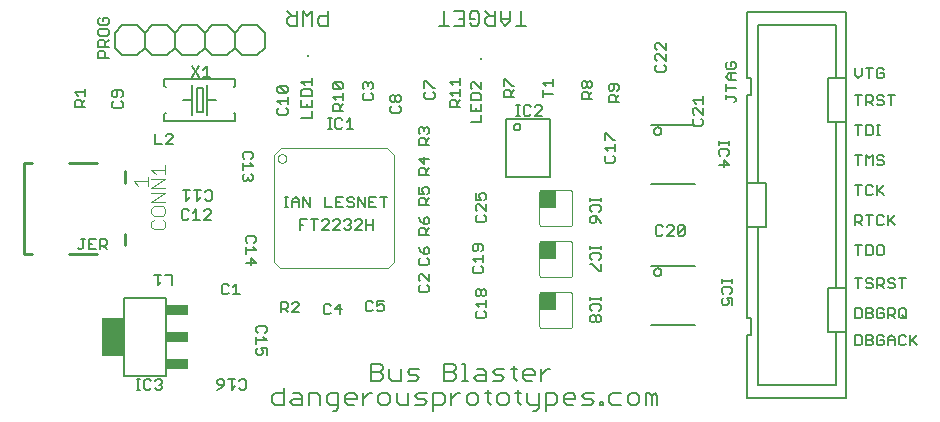
<source format=gto>
G75*
G70*
%OFA0B0*%
%FSLAX24Y24*%
%IPPOS*%
%LPD*%
%AMOC8*
5,1,8,0,0,1.08239X$1,22.5*
%
%ADD10C,0.0080*%
%ADD11C,0.0050*%
%ADD12C,0.0070*%
%ADD13R,0.0730X0.1260*%
%ADD14R,0.0730X0.0340*%
%ADD15C,0.0039*%
%ADD16C,0.0060*%
%ADD17R,0.0079X0.0079*%
%ADD18C,0.0040*%
%ADD19R,0.0531X0.0591*%
%ADD20C,0.0100*%
D10*
X006926Y004162D02*
X006926Y006742D01*
X008326Y006742D01*
X008326Y004162D01*
X006926Y004162D01*
X011866Y003483D02*
X011866Y003289D01*
X011963Y003192D01*
X012253Y003192D01*
X012253Y003773D01*
X012253Y003579D02*
X011963Y003579D01*
X011866Y003483D01*
X012474Y003289D02*
X012571Y003386D01*
X012861Y003386D01*
X012861Y003483D02*
X012861Y003192D01*
X012571Y003192D01*
X012474Y003289D01*
X012571Y003579D02*
X012764Y003579D01*
X012861Y003483D01*
X013082Y003579D02*
X013372Y003579D01*
X013469Y003483D01*
X013469Y003192D01*
X013689Y003289D02*
X013786Y003192D01*
X014076Y003192D01*
X014076Y003096D02*
X014076Y003579D01*
X013786Y003579D01*
X013689Y003483D01*
X013689Y003289D01*
X013980Y002999D02*
X014076Y003096D01*
X013980Y002999D02*
X013883Y002999D01*
X014297Y003289D02*
X014394Y003192D01*
X014587Y003192D01*
X014684Y003386D02*
X014297Y003386D01*
X014297Y003289D02*
X014297Y003483D01*
X014394Y003579D01*
X014587Y003579D01*
X014684Y003483D01*
X014684Y003386D01*
X014905Y003386D02*
X015098Y003579D01*
X015195Y003579D01*
X015411Y003483D02*
X015411Y003289D01*
X015508Y003192D01*
X015702Y003192D01*
X015798Y003289D01*
X015798Y003483D01*
X015702Y003579D01*
X015508Y003579D01*
X015411Y003483D01*
X014905Y003579D02*
X014905Y003192D01*
X016019Y003289D02*
X016116Y003192D01*
X016406Y003192D01*
X016406Y003579D01*
X016627Y003483D02*
X016723Y003579D01*
X017014Y003579D01*
X017234Y003579D02*
X017525Y003579D01*
X017621Y003483D01*
X017621Y003289D01*
X017525Y003192D01*
X017234Y003192D01*
X017234Y002999D02*
X017234Y003579D01*
X017014Y003289D02*
X016917Y003386D01*
X016723Y003386D01*
X016627Y003483D01*
X016019Y003579D02*
X016019Y003289D01*
X016627Y003192D02*
X016917Y003192D01*
X017014Y003289D01*
X017842Y003192D02*
X017842Y003579D01*
X017842Y003386D02*
X018036Y003579D01*
X018132Y003579D01*
X018349Y003483D02*
X018349Y003289D01*
X018445Y003192D01*
X018639Y003192D01*
X018736Y003289D01*
X018736Y003483D01*
X018639Y003579D01*
X018445Y003579D01*
X018349Y003483D01*
X018956Y003579D02*
X019150Y003579D01*
X019053Y003676D02*
X019053Y003289D01*
X019150Y003192D01*
X019361Y003289D02*
X019458Y003192D01*
X019652Y003192D01*
X019748Y003289D01*
X019748Y003483D01*
X019652Y003579D01*
X019458Y003579D01*
X019361Y003483D01*
X019361Y003289D01*
X019969Y003579D02*
X020163Y003579D01*
X020066Y003676D02*
X020066Y003289D01*
X020163Y003192D01*
X020374Y003289D02*
X020471Y003192D01*
X020761Y003192D01*
X020761Y003096D02*
X020664Y002999D01*
X020568Y002999D01*
X020761Y003096D02*
X020761Y003579D01*
X020982Y003579D02*
X021272Y003579D01*
X021369Y003483D01*
X021369Y003289D01*
X021272Y003192D01*
X020982Y003192D01*
X020982Y002999D02*
X020982Y003579D01*
X020838Y003992D02*
X020838Y004379D01*
X020838Y004186D02*
X021032Y004379D01*
X021129Y004379D01*
X020618Y004283D02*
X020618Y004186D01*
X020231Y004186D01*
X020231Y004089D02*
X020231Y004283D01*
X020327Y004379D01*
X020521Y004379D01*
X020618Y004283D01*
X020327Y003992D02*
X020231Y004089D01*
X020327Y003992D02*
X020521Y003992D01*
X020374Y003579D02*
X020374Y003289D01*
X020019Y003992D02*
X019922Y004089D01*
X019922Y004476D01*
X019825Y004379D02*
X020019Y004379D01*
X019605Y004379D02*
X019314Y004379D01*
X019218Y004283D01*
X019314Y004186D01*
X019508Y004186D01*
X019605Y004089D01*
X019508Y003992D01*
X019218Y003992D01*
X018997Y003992D02*
X018707Y003992D01*
X018610Y004089D01*
X018707Y004186D01*
X018997Y004186D01*
X018997Y004283D02*
X018997Y003992D01*
X018398Y003992D02*
X018205Y003992D01*
X018302Y003992D02*
X018302Y004573D01*
X018205Y004573D01*
X017984Y004476D02*
X017984Y004379D01*
X017887Y004283D01*
X017597Y004283D01*
X017597Y004573D02*
X017887Y004573D01*
X017984Y004476D01*
X017887Y004283D02*
X017984Y004186D01*
X017984Y004089D01*
X017887Y003992D01*
X017597Y003992D01*
X017597Y004573D01*
X016769Y004379D02*
X016478Y004379D01*
X016382Y004283D01*
X016478Y004186D01*
X016672Y004186D01*
X016769Y004089D01*
X016672Y003992D01*
X016382Y003992D01*
X016161Y003992D02*
X016161Y004379D01*
X015774Y004379D02*
X015774Y004089D01*
X015871Y003992D01*
X016161Y003992D01*
X015553Y004089D02*
X015457Y003992D01*
X015166Y003992D01*
X015166Y004573D01*
X015457Y004573D01*
X015553Y004476D01*
X015553Y004379D01*
X015457Y004283D01*
X015166Y004283D01*
X015457Y004283D02*
X015553Y004186D01*
X015553Y004089D01*
X013082Y003579D02*
X013082Y003192D01*
X018707Y004379D02*
X018900Y004379D01*
X018997Y004283D01*
X021590Y003483D02*
X021590Y003289D01*
X021686Y003192D01*
X021880Y003192D01*
X021977Y003386D02*
X021590Y003386D01*
X021590Y003483D02*
X021686Y003579D01*
X021880Y003579D01*
X021977Y003483D01*
X021977Y003386D01*
X022197Y003483D02*
X022294Y003579D01*
X022584Y003579D01*
X022294Y003386D02*
X022197Y003483D01*
X022294Y003386D02*
X022488Y003386D01*
X022584Y003289D01*
X022488Y003192D01*
X022197Y003192D01*
X022805Y003192D02*
X022805Y003289D01*
X022902Y003289D01*
X022902Y003192D01*
X022805Y003192D01*
X023109Y003289D02*
X023206Y003192D01*
X023496Y003192D01*
X023717Y003289D02*
X023813Y003192D01*
X024007Y003192D01*
X024104Y003289D01*
X024104Y003483D01*
X024007Y003579D01*
X023813Y003579D01*
X023717Y003483D01*
X023717Y003289D01*
X023496Y003579D02*
X023206Y003579D01*
X023109Y003483D01*
X023109Y003289D01*
X024324Y003192D02*
X024324Y003579D01*
X024421Y003579D01*
X024518Y003483D01*
X024615Y003579D01*
X024711Y003483D01*
X024711Y003192D01*
X024518Y003192D02*
X024518Y003483D01*
X027704Y003415D02*
X027704Y005514D01*
X027822Y005514D01*
X027822Y006097D01*
X027704Y006097D01*
X027704Y009111D01*
X027704Y010594D01*
X027704Y013514D01*
X027822Y013514D01*
X027822Y014097D01*
X027704Y014097D01*
X027704Y016289D01*
X031011Y016289D01*
X031011Y014094D01*
X030401Y014094D01*
X030401Y012611D01*
X031011Y012611D01*
X031011Y007094D01*
X030401Y007094D01*
X030401Y005611D01*
X031011Y005611D01*
X031011Y003415D01*
X027704Y003415D01*
X028068Y003858D02*
X028068Y009111D01*
X028314Y009111D02*
X027704Y009111D01*
X028314Y009111D02*
X028314Y010594D01*
X027704Y010594D01*
X028068Y010594D02*
X028068Y015846D01*
X030647Y015846D01*
X030647Y014096D01*
X031011Y014094D02*
X031011Y012611D01*
X030647Y012610D02*
X030647Y007094D01*
X031011Y007094D02*
X031011Y005611D01*
X030647Y005608D02*
X030647Y003858D01*
X028068Y003858D01*
D11*
X007468Y003697D02*
X007351Y003697D01*
X007410Y003697D02*
X007410Y004048D01*
X007468Y004048D02*
X007351Y004048D01*
X007597Y003989D02*
X007597Y003756D01*
X007655Y003697D01*
X007772Y003697D01*
X007830Y003756D01*
X007965Y003756D02*
X008023Y003697D01*
X008140Y003697D01*
X008199Y003756D01*
X008199Y003814D01*
X008140Y003872D01*
X008082Y003872D01*
X008140Y003872D02*
X008199Y003931D01*
X008199Y003989D01*
X008140Y004048D01*
X008023Y004048D01*
X007965Y003989D01*
X007830Y003989D02*
X007772Y004048D01*
X007655Y004048D01*
X007597Y003989D01*
X010033Y003987D02*
X010033Y003929D01*
X010091Y003871D01*
X010266Y003871D01*
X010266Y003987D01*
X010208Y004046D01*
X010091Y004046D01*
X010033Y003987D01*
X010149Y003754D02*
X010266Y003871D01*
X010149Y003754D02*
X010033Y003696D01*
X010518Y003696D02*
X010518Y004046D01*
X010634Y004046D02*
X010401Y004046D01*
X010634Y003812D02*
X010518Y003696D01*
X010769Y003754D02*
X010828Y003696D01*
X010944Y003696D01*
X011003Y003754D01*
X011003Y003987D01*
X010944Y004046D01*
X010828Y004046D01*
X010769Y003987D01*
X011393Y004857D02*
X011334Y004916D01*
X011334Y005032D01*
X011393Y005091D01*
X011509Y005091D02*
X011568Y004974D01*
X011568Y004916D01*
X011509Y004857D01*
X011393Y004857D01*
X011509Y005091D02*
X011685Y005091D01*
X011685Y004857D01*
X011334Y005225D02*
X011334Y005459D01*
X011334Y005342D02*
X011685Y005342D01*
X011568Y005459D01*
X011626Y005594D02*
X011685Y005652D01*
X011685Y005769D01*
X011626Y005827D01*
X011393Y005827D01*
X011334Y005769D01*
X011334Y005652D01*
X011393Y005594D01*
X012164Y006277D02*
X012164Y006628D01*
X012339Y006628D01*
X012398Y006569D01*
X012398Y006452D01*
X012339Y006394D01*
X012164Y006394D01*
X012281Y006394D02*
X012398Y006277D01*
X012533Y006277D02*
X012766Y006511D01*
X012766Y006569D01*
X012708Y006628D01*
X012591Y006628D01*
X012533Y006569D01*
X012533Y006277D02*
X012766Y006277D01*
X013583Y006267D02*
X013641Y006209D01*
X013758Y006209D01*
X013816Y006267D01*
X013951Y006384D02*
X014185Y006384D01*
X014126Y006559D02*
X013951Y006384D01*
X013816Y006501D02*
X013758Y006559D01*
X013641Y006559D01*
X013583Y006501D01*
X013583Y006267D01*
X014126Y006209D02*
X014126Y006559D01*
X014983Y006601D02*
X014983Y006367D01*
X015041Y006309D01*
X015158Y006309D01*
X015216Y006367D01*
X015351Y006367D02*
X015409Y006309D01*
X015526Y006309D01*
X015585Y006367D01*
X015585Y006484D01*
X015526Y006542D01*
X015468Y006542D01*
X015351Y006484D01*
X015351Y006659D01*
X015585Y006659D01*
X015216Y006601D02*
X015158Y006659D01*
X015041Y006659D01*
X014983Y006601D01*
X016751Y006999D02*
X016809Y006941D01*
X017043Y006941D01*
X017101Y006999D01*
X017101Y007116D01*
X017043Y007174D01*
X017101Y007309D02*
X016868Y007542D01*
X016809Y007542D01*
X016751Y007484D01*
X016751Y007367D01*
X016809Y007309D01*
X016809Y007174D02*
X016751Y007116D01*
X016751Y006999D01*
X017101Y007309D02*
X017101Y007542D01*
X017043Y007841D02*
X016809Y007841D01*
X016751Y007899D01*
X016751Y008016D01*
X016809Y008074D01*
X016926Y008209D02*
X016926Y008384D01*
X016985Y008442D01*
X017043Y008442D01*
X017101Y008384D01*
X017101Y008267D01*
X017043Y008209D01*
X016926Y008209D01*
X016809Y008326D01*
X016751Y008442D01*
X017043Y008074D02*
X017101Y008016D01*
X017101Y007899D01*
X017043Y007841D01*
X018551Y007752D02*
X018551Y007636D01*
X018609Y007577D01*
X018843Y007577D01*
X018901Y007636D01*
X018901Y007752D01*
X018843Y007811D01*
X018901Y007946D02*
X018901Y008179D01*
X018901Y008062D02*
X018551Y008062D01*
X018668Y007946D01*
X018609Y007811D02*
X018551Y007752D01*
X018609Y008314D02*
X018668Y008314D01*
X018726Y008372D01*
X018726Y008547D01*
X018843Y008547D02*
X018609Y008547D01*
X018551Y008489D01*
X018551Y008372D01*
X018609Y008314D01*
X018843Y008314D02*
X018901Y008372D01*
X018901Y008489D01*
X018843Y008547D01*
X018943Y009277D02*
X018709Y009277D01*
X018651Y009336D01*
X018651Y009452D01*
X018709Y009511D01*
X018709Y009646D02*
X018651Y009704D01*
X018651Y009821D01*
X018709Y009879D01*
X018768Y009879D01*
X019001Y009646D01*
X019001Y009879D01*
X018943Y010014D02*
X019001Y010072D01*
X019001Y010189D01*
X018943Y010247D01*
X018826Y010247D01*
X018768Y010189D01*
X018768Y010131D01*
X018826Y010014D01*
X018651Y010014D01*
X018651Y010247D01*
X019678Y010807D02*
X019678Y012737D01*
X021135Y012737D01*
X021135Y010807D01*
X019678Y010807D01*
X017101Y010841D02*
X016751Y010841D01*
X016751Y011016D01*
X016809Y011074D01*
X016926Y011074D01*
X016985Y011016D01*
X016985Y010841D01*
X016985Y010957D02*
X017101Y011074D01*
X016926Y011209D02*
X016751Y011384D01*
X017101Y011384D01*
X016926Y011442D02*
X016926Y011209D01*
X016985Y011841D02*
X016985Y012016D01*
X016926Y012074D01*
X016809Y012074D01*
X016751Y012016D01*
X016751Y011841D01*
X017101Y011841D01*
X016985Y011957D02*
X017101Y012074D01*
X017043Y012209D02*
X017101Y012267D01*
X017101Y012384D01*
X017043Y012442D01*
X016985Y012442D01*
X016926Y012384D01*
X016926Y012326D01*
X016926Y012384D02*
X016868Y012442D01*
X016809Y012442D01*
X016751Y012384D01*
X016751Y012267D01*
X016809Y012209D01*
X016091Y012929D02*
X015857Y012929D01*
X015799Y012987D01*
X015799Y013104D01*
X015857Y013162D01*
X015857Y013297D02*
X015915Y013297D01*
X015974Y013356D01*
X015974Y013472D01*
X016032Y013531D01*
X016091Y013531D01*
X016149Y013472D01*
X016149Y013356D01*
X016091Y013297D01*
X016032Y013297D01*
X015974Y013356D01*
X015974Y013472D02*
X015915Y013531D01*
X015857Y013531D01*
X015799Y013472D01*
X015799Y013356D01*
X015857Y013297D01*
X016091Y013162D02*
X016149Y013104D01*
X016149Y012987D01*
X016091Y012929D01*
X015233Y013404D02*
X015233Y013521D01*
X015174Y013579D01*
X015174Y013714D02*
X015233Y013772D01*
X015233Y013889D01*
X015174Y013948D01*
X015116Y013948D01*
X015058Y013889D01*
X015058Y013831D01*
X015058Y013889D02*
X014999Y013948D01*
X014941Y013948D01*
X014883Y013889D01*
X014883Y013772D01*
X014941Y013714D01*
X014941Y013579D02*
X014883Y013521D01*
X014883Y013404D01*
X014941Y013346D01*
X015174Y013346D01*
X015233Y013404D01*
X014233Y013346D02*
X014233Y013579D01*
X014233Y013462D02*
X013883Y013462D01*
X013999Y013346D01*
X013941Y013211D02*
X014058Y013211D01*
X014116Y013152D01*
X014116Y012977D01*
X014233Y012977D02*
X013883Y012977D01*
X013883Y013152D01*
X013941Y013211D01*
X014116Y013094D02*
X014233Y013211D01*
X014151Y012746D02*
X014035Y012746D01*
X013976Y012687D01*
X013976Y012454D01*
X014035Y012395D01*
X014151Y012395D01*
X014210Y012454D01*
X014345Y012395D02*
X014578Y012395D01*
X014461Y012395D02*
X014461Y012746D01*
X014345Y012629D01*
X014210Y012687D02*
X014151Y012746D01*
X013848Y012746D02*
X013731Y012746D01*
X013789Y012746D02*
X013789Y012395D01*
X013731Y012395D02*
X013848Y012395D01*
X013188Y012746D02*
X012838Y012746D01*
X013188Y012746D02*
X013188Y012979D01*
X013188Y013114D02*
X012838Y013114D01*
X012838Y013348D01*
X012838Y013482D02*
X012838Y013658D01*
X012896Y013716D01*
X013130Y013716D01*
X013188Y013658D01*
X013188Y013482D01*
X012838Y013482D01*
X013188Y013348D02*
X013188Y013114D01*
X013013Y013114D02*
X013013Y013231D01*
X012383Y013222D02*
X012383Y013456D01*
X012383Y013339D02*
X012033Y013339D01*
X012149Y013222D01*
X012091Y013087D02*
X012033Y013029D01*
X012033Y012912D01*
X012091Y012854D01*
X012324Y012854D01*
X012383Y012912D01*
X012383Y013029D01*
X012324Y013087D01*
X012324Y013590D02*
X012091Y013590D01*
X012033Y013649D01*
X012033Y013766D01*
X012091Y013824D01*
X012324Y013590D01*
X012383Y013649D01*
X012383Y013766D01*
X012324Y013824D01*
X012091Y013824D01*
X012838Y013967D02*
X012955Y013851D01*
X012838Y013967D02*
X013188Y013967D01*
X013188Y013851D02*
X013188Y014084D01*
X013883Y013889D02*
X013941Y013947D01*
X014174Y013714D01*
X014233Y013772D01*
X014233Y013889D01*
X014174Y013947D01*
X013941Y013947D01*
X013883Y013889D02*
X013883Y013772D01*
X013941Y013714D01*
X014174Y013714D01*
X016933Y013764D02*
X016933Y013998D01*
X016991Y013998D01*
X017224Y013764D01*
X017283Y013764D01*
X017224Y013629D02*
X017283Y013571D01*
X017283Y013454D01*
X017224Y013396D01*
X016991Y013396D01*
X016933Y013454D01*
X016933Y013571D01*
X016991Y013629D01*
X017783Y013594D02*
X018133Y013594D01*
X018133Y013477D02*
X018133Y013711D01*
X018133Y013845D02*
X018133Y014079D01*
X018133Y013962D02*
X017783Y013962D01*
X017899Y013845D01*
X017783Y013594D02*
X017899Y013477D01*
X017841Y013342D02*
X017958Y013342D01*
X018016Y013284D01*
X018016Y013109D01*
X018016Y013226D02*
X018133Y013342D01*
X018133Y013109D02*
X017783Y013109D01*
X017783Y013284D01*
X017841Y013342D01*
X018483Y013345D02*
X018483Y013521D01*
X018541Y013579D01*
X018774Y013579D01*
X018833Y013521D01*
X018833Y013345D01*
X018483Y013345D01*
X018483Y013211D02*
X018483Y012977D01*
X018833Y012977D01*
X018833Y013211D01*
X018658Y013094D02*
X018658Y012977D01*
X018833Y012842D02*
X018833Y012609D01*
X018483Y012609D01*
X020001Y012827D02*
X020118Y012827D01*
X020060Y012827D02*
X020060Y013178D01*
X020118Y013178D02*
X020001Y013178D01*
X020247Y013119D02*
X020247Y012886D01*
X020305Y012827D01*
X020422Y012827D01*
X020480Y012886D01*
X020615Y012827D02*
X020849Y013061D01*
X020849Y013119D01*
X020790Y013178D01*
X020673Y013178D01*
X020615Y013119D01*
X020480Y013119D02*
X020422Y013178D01*
X020305Y013178D01*
X020247Y013119D01*
X019933Y013446D02*
X019583Y013446D01*
X019583Y013621D01*
X019641Y013679D01*
X019758Y013679D01*
X019816Y013621D01*
X019816Y013446D01*
X019816Y013563D02*
X019933Y013679D01*
X019933Y013814D02*
X019874Y013814D01*
X019641Y014048D01*
X019583Y014048D01*
X019583Y013814D01*
X018833Y013714D02*
X018599Y013947D01*
X018541Y013947D01*
X018483Y013889D01*
X018483Y013772D01*
X018541Y013714D01*
X018833Y013714D02*
X018833Y013947D01*
X020883Y013931D02*
X021233Y013931D01*
X021233Y013814D02*
X021233Y014048D01*
X020999Y013814D02*
X020883Y013931D01*
X020883Y013679D02*
X020883Y013446D01*
X020883Y013563D02*
X021233Y013563D01*
X022183Y013571D02*
X022183Y013396D01*
X022533Y013396D01*
X022416Y013396D02*
X022416Y013571D01*
X022358Y013629D01*
X022241Y013629D01*
X022183Y013571D01*
X022241Y013764D02*
X022299Y013764D01*
X022358Y013822D01*
X022358Y013939D01*
X022416Y013998D01*
X022474Y013998D01*
X022533Y013939D01*
X022533Y013822D01*
X022474Y013764D01*
X022416Y013764D01*
X022358Y013822D01*
X022358Y013939D02*
X022299Y013998D01*
X022241Y013998D01*
X022183Y013939D01*
X022183Y013822D01*
X022241Y013764D01*
X022416Y013513D02*
X022533Y013629D01*
X023083Y013722D02*
X023141Y013664D01*
X023199Y013664D01*
X023258Y013722D01*
X023258Y013898D01*
X023374Y013898D02*
X023141Y013898D01*
X023083Y013839D01*
X023083Y013722D01*
X023141Y013529D02*
X023258Y013529D01*
X023316Y013471D01*
X023316Y013296D01*
X023316Y013413D02*
X023433Y013529D01*
X023374Y013664D02*
X023433Y013722D01*
X023433Y013839D01*
X023374Y013898D01*
X023141Y013529D02*
X023083Y013471D01*
X023083Y013296D01*
X023433Y013296D01*
X024488Y012537D02*
X025964Y012537D01*
X025941Y012504D02*
X026174Y012504D01*
X026233Y012562D01*
X026233Y012679D01*
X026174Y012737D01*
X026233Y012872D02*
X025999Y013106D01*
X025941Y013106D01*
X025883Y013047D01*
X025883Y012931D01*
X025941Y012872D01*
X025941Y012737D02*
X025883Y012679D01*
X025883Y012562D01*
X025941Y012504D01*
X026233Y012872D02*
X026233Y013106D01*
X026233Y013240D02*
X026233Y013474D01*
X026233Y013357D02*
X025883Y013357D01*
X025999Y013240D01*
X026983Y013394D02*
X026983Y013511D01*
X026983Y013452D02*
X027274Y013452D01*
X027333Y013394D01*
X027333Y013336D01*
X027274Y013277D01*
X026983Y013646D02*
X026983Y013879D01*
X026983Y013762D02*
X027333Y013762D01*
X027333Y014014D02*
X027099Y014014D01*
X026983Y014131D01*
X027099Y014247D01*
X027333Y014247D01*
X027274Y014382D02*
X027041Y014382D01*
X026983Y014441D01*
X026983Y014557D01*
X027041Y014616D01*
X027158Y014616D02*
X027158Y014499D01*
X027158Y014616D02*
X027274Y014616D01*
X027333Y014557D01*
X027333Y014441D01*
X027274Y014382D01*
X027158Y014247D02*
X027158Y014014D01*
X024980Y014356D02*
X024980Y014472D01*
X024922Y014531D01*
X024980Y014666D02*
X024747Y014899D01*
X024689Y014899D01*
X024630Y014841D01*
X024630Y014724D01*
X024689Y014666D01*
X024689Y014531D02*
X024630Y014472D01*
X024630Y014356D01*
X024689Y014297D01*
X024922Y014297D01*
X024980Y014356D01*
X024980Y014666D02*
X024980Y014899D01*
X024980Y015034D02*
X024747Y015267D01*
X024689Y015267D01*
X024630Y015209D01*
X024630Y015092D01*
X024689Y015034D01*
X024980Y015034D02*
X024980Y015267D01*
X020849Y012827D02*
X020615Y012827D01*
X019922Y012461D02*
X019924Y012481D01*
X019929Y012501D01*
X019939Y012519D01*
X019951Y012536D01*
X019966Y012550D01*
X019984Y012560D01*
X020003Y012568D01*
X020023Y012572D01*
X020043Y012572D01*
X020063Y012568D01*
X020082Y012560D01*
X020100Y012550D01*
X020115Y012536D01*
X020127Y012519D01*
X020137Y012501D01*
X020142Y012481D01*
X020144Y012461D01*
X020142Y012441D01*
X020137Y012421D01*
X020127Y012403D01*
X020115Y012386D01*
X020100Y012372D01*
X020082Y012362D01*
X020063Y012354D01*
X020043Y012350D01*
X020023Y012350D01*
X020003Y012354D01*
X019984Y012362D01*
X019966Y012372D01*
X019951Y012386D01*
X019939Y012403D01*
X019929Y012421D01*
X019924Y012441D01*
X019922Y012461D01*
X022951Y012242D02*
X022951Y012009D01*
X023009Y012242D02*
X023243Y012009D01*
X023301Y012009D01*
X023301Y011874D02*
X023301Y011641D01*
X023301Y011757D02*
X022951Y011757D01*
X023068Y011641D01*
X023009Y011506D02*
X022951Y011447D01*
X022951Y011331D01*
X023009Y011272D01*
X023243Y011272D01*
X023301Y011331D01*
X023301Y011447D01*
X023243Y011506D01*
X023009Y012242D02*
X022951Y012242D01*
X024586Y012320D02*
X024588Y012342D01*
X024594Y012364D01*
X024603Y012384D01*
X024616Y012402D01*
X024632Y012418D01*
X024650Y012431D01*
X024670Y012440D01*
X024692Y012446D01*
X024714Y012448D01*
X024736Y012446D01*
X024758Y012440D01*
X024778Y012431D01*
X024796Y012418D01*
X024812Y012402D01*
X024825Y012384D01*
X024834Y012364D01*
X024840Y012342D01*
X024842Y012320D01*
X024840Y012298D01*
X024834Y012276D01*
X024825Y012256D01*
X024812Y012238D01*
X024796Y012222D01*
X024778Y012209D01*
X024758Y012200D01*
X024736Y012194D01*
X024714Y012192D01*
X024692Y012194D01*
X024670Y012200D01*
X024650Y012209D01*
X024632Y012222D01*
X024616Y012238D01*
X024603Y012256D01*
X024594Y012276D01*
X024588Y012298D01*
X024586Y012320D01*
X026751Y011977D02*
X026751Y011861D01*
X026751Y011919D02*
X027102Y011919D01*
X027102Y011977D02*
X027102Y011861D01*
X027043Y011732D02*
X026810Y011732D01*
X026751Y011673D01*
X026751Y011557D01*
X026810Y011498D01*
X026926Y011363D02*
X026926Y011130D01*
X026751Y011188D02*
X027102Y011188D01*
X026926Y011363D01*
X027043Y011498D02*
X027102Y011557D01*
X027102Y011673D01*
X027043Y011732D01*
X025964Y010568D02*
X024488Y010568D01*
X022825Y010095D02*
X022825Y009978D01*
X022825Y010037D02*
X022475Y010037D01*
X022475Y010095D02*
X022475Y009978D01*
X022533Y009849D02*
X022475Y009791D01*
X022475Y009674D01*
X022533Y009616D01*
X022533Y009481D02*
X022475Y009423D01*
X022475Y009306D01*
X022533Y009248D01*
X022592Y009248D01*
X022650Y009306D01*
X022650Y009481D01*
X022533Y009481D01*
X022650Y009481D02*
X022767Y009364D01*
X022825Y009248D01*
X022767Y009616D02*
X022825Y009674D01*
X022825Y009791D01*
X022767Y009849D01*
X022533Y009849D01*
X024646Y009119D02*
X024646Y008886D01*
X024705Y008827D01*
X024821Y008827D01*
X024880Y008886D01*
X025015Y008827D02*
X025248Y009061D01*
X025248Y009119D01*
X025190Y009178D01*
X025073Y009178D01*
X025015Y009119D01*
X024880Y009119D02*
X024821Y009178D01*
X024705Y009178D01*
X024646Y009119D01*
X025015Y008827D02*
X025248Y008827D01*
X025383Y008886D02*
X025616Y009119D01*
X025616Y008886D01*
X025558Y008827D01*
X025441Y008827D01*
X025383Y008886D01*
X025383Y009119D01*
X025441Y009178D01*
X025558Y009178D01*
X025616Y009119D01*
X025964Y007837D02*
X024488Y007837D01*
X024586Y007620D02*
X024588Y007642D01*
X024594Y007664D01*
X024603Y007684D01*
X024616Y007702D01*
X024632Y007718D01*
X024650Y007731D01*
X024670Y007740D01*
X024692Y007746D01*
X024714Y007748D01*
X024736Y007746D01*
X024758Y007740D01*
X024778Y007731D01*
X024796Y007718D01*
X024812Y007702D01*
X024825Y007684D01*
X024834Y007664D01*
X024840Y007642D01*
X024842Y007620D01*
X024840Y007598D01*
X024834Y007576D01*
X024825Y007556D01*
X024812Y007538D01*
X024796Y007522D01*
X024778Y007509D01*
X024758Y007500D01*
X024736Y007494D01*
X024714Y007492D01*
X024692Y007494D01*
X024670Y007500D01*
X024650Y007509D01*
X024632Y007522D01*
X024616Y007538D01*
X024603Y007556D01*
X024594Y007576D01*
X024588Y007598D01*
X024586Y007620D01*
X022825Y007648D02*
X022767Y007648D01*
X022533Y007881D01*
X022475Y007881D01*
X022533Y008016D02*
X022475Y008074D01*
X022475Y008191D01*
X022533Y008249D01*
X022767Y008249D01*
X022825Y008191D01*
X022825Y008074D01*
X022767Y008016D01*
X022825Y007881D02*
X022825Y007648D01*
X022825Y008378D02*
X022825Y008495D01*
X022825Y008437D02*
X022475Y008437D01*
X022475Y008495D02*
X022475Y008378D01*
X022475Y006795D02*
X022475Y006678D01*
X022475Y006737D02*
X022825Y006737D01*
X022825Y006795D02*
X022825Y006678D01*
X022767Y006549D02*
X022533Y006549D01*
X022475Y006491D01*
X022475Y006374D01*
X022533Y006316D01*
X022533Y006181D02*
X022592Y006181D01*
X022650Y006123D01*
X022650Y006006D01*
X022592Y005948D01*
X022533Y005948D01*
X022475Y006006D01*
X022475Y006123D01*
X022533Y006181D01*
X022650Y006123D02*
X022708Y006181D01*
X022767Y006181D01*
X022825Y006123D01*
X022825Y006006D01*
X022767Y005948D01*
X022708Y005948D01*
X022650Y006006D01*
X022767Y006316D02*
X022825Y006374D01*
X022825Y006491D01*
X022767Y006549D01*
X024488Y005868D02*
X025964Y005868D01*
X026851Y006588D02*
X026851Y006705D01*
X026910Y006763D01*
X027026Y006763D02*
X027085Y006647D01*
X027085Y006588D01*
X027026Y006530D01*
X026910Y006530D01*
X026851Y006588D01*
X027026Y006763D02*
X027202Y006763D01*
X027202Y006530D01*
X027143Y006898D02*
X027202Y006957D01*
X027202Y007073D01*
X027143Y007132D01*
X026910Y007132D01*
X026851Y007073D01*
X026851Y006957D01*
X026910Y006898D01*
X026851Y007261D02*
X026851Y007377D01*
X026851Y007319D02*
X027202Y007319D01*
X027202Y007377D02*
X027202Y007261D01*
X031283Y007428D02*
X031516Y007428D01*
X031400Y007428D02*
X031400Y007077D01*
X031651Y007136D02*
X031709Y007077D01*
X031826Y007077D01*
X031885Y007136D01*
X031885Y007194D01*
X031826Y007252D01*
X031709Y007252D01*
X031651Y007311D01*
X031651Y007369D01*
X031709Y007428D01*
X031826Y007428D01*
X031885Y007369D01*
X032019Y007428D02*
X032195Y007428D01*
X032253Y007369D01*
X032253Y007252D01*
X032195Y007194D01*
X032019Y007194D01*
X032019Y007077D02*
X032019Y007428D01*
X032136Y007194D02*
X032253Y007077D01*
X032388Y007136D02*
X032446Y007077D01*
X032563Y007077D01*
X032621Y007136D01*
X032621Y007194D01*
X032563Y007252D01*
X032446Y007252D01*
X032388Y007311D01*
X032388Y007369D01*
X032446Y007428D01*
X032563Y007428D01*
X032621Y007369D01*
X032756Y007428D02*
X032990Y007428D01*
X032873Y007428D02*
X032873Y007077D01*
X032931Y006428D02*
X032990Y006369D01*
X032990Y006136D01*
X032931Y006077D01*
X032814Y006077D01*
X032756Y006136D01*
X032756Y006369D01*
X032814Y006428D01*
X032931Y006428D01*
X032873Y006194D02*
X032990Y006077D01*
X032621Y006077D02*
X032504Y006194D01*
X032563Y006194D02*
X032388Y006194D01*
X032388Y006077D02*
X032388Y006428D01*
X032563Y006428D01*
X032621Y006369D01*
X032621Y006252D01*
X032563Y006194D01*
X032253Y006252D02*
X032136Y006252D01*
X032253Y006252D02*
X032253Y006136D01*
X032195Y006077D01*
X032078Y006077D01*
X032019Y006136D01*
X032019Y006369D01*
X032078Y006428D01*
X032195Y006428D01*
X032253Y006369D01*
X031885Y006369D02*
X031885Y006311D01*
X031826Y006252D01*
X031651Y006252D01*
X031651Y006077D02*
X031826Y006077D01*
X031885Y006136D01*
X031885Y006194D01*
X031826Y006252D01*
X031885Y006369D02*
X031826Y006428D01*
X031651Y006428D01*
X031651Y006077D01*
X031516Y006136D02*
X031516Y006369D01*
X031458Y006428D01*
X031283Y006428D01*
X031283Y006077D01*
X031458Y006077D01*
X031516Y006136D01*
X031458Y005528D02*
X031283Y005528D01*
X031283Y005177D01*
X031458Y005177D01*
X031516Y005236D01*
X031516Y005469D01*
X031458Y005528D01*
X031651Y005528D02*
X031826Y005528D01*
X031885Y005469D01*
X031885Y005411D01*
X031826Y005352D01*
X031651Y005352D01*
X031651Y005177D02*
X031826Y005177D01*
X031885Y005236D01*
X031885Y005294D01*
X031826Y005352D01*
X032019Y005236D02*
X032078Y005177D01*
X032195Y005177D01*
X032253Y005236D01*
X032253Y005352D01*
X032136Y005352D01*
X032019Y005236D02*
X032019Y005469D01*
X032078Y005528D01*
X032195Y005528D01*
X032253Y005469D01*
X032388Y005411D02*
X032504Y005528D01*
X032621Y005411D01*
X032621Y005177D01*
X032756Y005236D02*
X032814Y005177D01*
X032931Y005177D01*
X032990Y005236D01*
X033124Y005294D02*
X033358Y005528D01*
X033124Y005528D02*
X033124Y005177D01*
X033183Y005352D02*
X033358Y005177D01*
X032990Y005469D02*
X032931Y005528D01*
X032814Y005528D01*
X032756Y005469D01*
X032756Y005236D01*
X032621Y005352D02*
X032388Y005352D01*
X032388Y005411D02*
X032388Y005177D01*
X031651Y005177D02*
X031651Y005528D01*
X031651Y008177D02*
X031826Y008177D01*
X031885Y008236D01*
X031885Y008469D01*
X031826Y008528D01*
X031651Y008528D01*
X031651Y008177D01*
X031400Y008177D02*
X031400Y008528D01*
X031516Y008528D02*
X031283Y008528D01*
X032019Y008469D02*
X032019Y008236D01*
X032078Y008177D01*
X032195Y008177D01*
X032253Y008236D01*
X032253Y008469D01*
X032195Y008528D01*
X032078Y008528D01*
X032019Y008469D01*
X032078Y009177D02*
X032195Y009177D01*
X032253Y009236D01*
X032388Y009294D02*
X032621Y009528D01*
X032388Y009528D02*
X032388Y009177D01*
X032446Y009352D02*
X032621Y009177D01*
X032253Y009469D02*
X032195Y009528D01*
X032078Y009528D01*
X032019Y009469D01*
X032019Y009236D01*
X032078Y009177D01*
X031768Y009177D02*
X031768Y009528D01*
X031651Y009528D02*
X031885Y009528D01*
X031516Y009469D02*
X031516Y009352D01*
X031458Y009294D01*
X031283Y009294D01*
X031400Y009294D02*
X031516Y009177D01*
X031283Y009177D02*
X031283Y009528D01*
X031458Y009528D01*
X031516Y009469D01*
X031400Y010177D02*
X031400Y010528D01*
X031516Y010528D02*
X031283Y010528D01*
X031651Y010469D02*
X031651Y010236D01*
X031709Y010177D01*
X031826Y010177D01*
X031885Y010236D01*
X032019Y010294D02*
X032253Y010528D01*
X032019Y010528D02*
X032019Y010177D01*
X032078Y010352D02*
X032253Y010177D01*
X031885Y010469D02*
X031826Y010528D01*
X031709Y010528D01*
X031651Y010469D01*
X031651Y011177D02*
X031651Y011528D01*
X031768Y011411D01*
X031885Y011528D01*
X031885Y011177D01*
X032019Y011236D02*
X032078Y011177D01*
X032195Y011177D01*
X032253Y011236D01*
X032253Y011294D01*
X032195Y011352D01*
X032078Y011352D01*
X032019Y011411D01*
X032019Y011469D01*
X032078Y011528D01*
X032195Y011528D01*
X032253Y011469D01*
X031516Y011528D02*
X031283Y011528D01*
X031400Y011528D02*
X031400Y011177D01*
X031400Y012177D02*
X031400Y012528D01*
X031516Y012528D02*
X031283Y012528D01*
X031651Y012528D02*
X031826Y012528D01*
X031885Y012469D01*
X031885Y012236D01*
X031826Y012177D01*
X031651Y012177D01*
X031651Y012528D01*
X032019Y012528D02*
X032136Y012528D01*
X032078Y012528D02*
X032078Y012177D01*
X032136Y012177D02*
X032019Y012177D01*
X032078Y013177D02*
X032019Y013236D01*
X032078Y013177D02*
X032195Y013177D01*
X032253Y013236D01*
X032253Y013294D01*
X032195Y013352D01*
X032078Y013352D01*
X032019Y013411D01*
X032019Y013469D01*
X032078Y013528D01*
X032195Y013528D01*
X032253Y013469D01*
X032388Y013528D02*
X032621Y013528D01*
X032504Y013528D02*
X032504Y013177D01*
X031885Y013177D02*
X031768Y013294D01*
X031826Y013294D02*
X031651Y013294D01*
X031651Y013177D02*
X031651Y013528D01*
X031826Y013528D01*
X031885Y013469D01*
X031885Y013352D01*
X031826Y013294D01*
X031516Y013528D02*
X031283Y013528D01*
X031400Y013528D02*
X031400Y013177D01*
X031400Y014077D02*
X031516Y014194D01*
X031516Y014428D01*
X031651Y014428D02*
X031885Y014428D01*
X031768Y014428D02*
X031768Y014077D01*
X032019Y014136D02*
X032078Y014077D01*
X032195Y014077D01*
X032253Y014136D01*
X032253Y014252D01*
X032136Y014252D01*
X032019Y014136D02*
X032019Y014369D01*
X032078Y014428D01*
X032195Y014428D01*
X032253Y014369D01*
X031400Y014077D02*
X031283Y014194D01*
X031283Y014428D01*
X019001Y009452D02*
X019001Y009336D01*
X018943Y009277D01*
X019001Y009452D02*
X018943Y009511D01*
X017101Y009384D02*
X017101Y009267D01*
X017043Y009209D01*
X016926Y009209D01*
X016926Y009384D01*
X016985Y009442D01*
X017043Y009442D01*
X017101Y009384D01*
X016926Y009209D02*
X016809Y009326D01*
X016751Y009442D01*
X016809Y009074D02*
X016926Y009074D01*
X016985Y009016D01*
X016985Y008841D01*
X017101Y008841D02*
X016751Y008841D01*
X016751Y009016D01*
X016809Y009074D01*
X016985Y008957D02*
X017101Y009074D01*
X017101Y009841D02*
X016751Y009841D01*
X016751Y010016D01*
X016809Y010074D01*
X016926Y010074D01*
X016985Y010016D01*
X016985Y009841D01*
X016985Y009957D02*
X017101Y010074D01*
X017043Y010209D02*
X017101Y010267D01*
X017101Y010384D01*
X017043Y010442D01*
X016926Y010442D01*
X016868Y010384D01*
X016868Y010326D01*
X016926Y010209D01*
X016751Y010209D01*
X016751Y010442D01*
X015708Y010128D02*
X015475Y010128D01*
X015591Y010128D02*
X015591Y009777D01*
X015340Y009777D02*
X015106Y009777D01*
X015106Y010128D01*
X015340Y010128D01*
X015223Y009952D02*
X015106Y009952D01*
X014972Y009777D02*
X014738Y010128D01*
X014738Y009777D01*
X014603Y009836D02*
X014545Y009777D01*
X014428Y009777D01*
X014370Y009836D01*
X014428Y009952D02*
X014545Y009952D01*
X014603Y009894D01*
X014603Y009836D01*
X014428Y009952D02*
X014370Y010011D01*
X014370Y010069D01*
X014428Y010128D01*
X014545Y010128D01*
X014603Y010069D01*
X014235Y010128D02*
X014002Y010128D01*
X014002Y009777D01*
X014235Y009777D01*
X014118Y009952D02*
X014002Y009952D01*
X013867Y009777D02*
X013633Y009777D01*
X013633Y010128D01*
X013130Y010128D02*
X013130Y009777D01*
X012897Y010128D01*
X012897Y009777D01*
X012762Y009777D02*
X012762Y010011D01*
X012645Y010128D01*
X012528Y010011D01*
X012528Y009777D01*
X012400Y009777D02*
X012283Y009777D01*
X012341Y009777D02*
X012341Y010128D01*
X012283Y010128D02*
X012400Y010128D01*
X012528Y009952D02*
X012762Y009952D01*
X012791Y009376D02*
X013025Y009376D01*
X013160Y009376D02*
X013393Y009376D01*
X013276Y009376D02*
X013276Y009026D01*
X013528Y009026D02*
X013762Y009260D01*
X013762Y009318D01*
X013703Y009376D01*
X013586Y009376D01*
X013528Y009318D01*
X013528Y009026D02*
X013762Y009026D01*
X013896Y009026D02*
X014130Y009260D01*
X014130Y009318D01*
X014071Y009376D01*
X013955Y009376D01*
X013896Y009318D01*
X013896Y009026D02*
X014130Y009026D01*
X014265Y009084D02*
X014323Y009026D01*
X014440Y009026D01*
X014498Y009084D01*
X014498Y009143D01*
X014440Y009201D01*
X014381Y009201D01*
X014440Y009201D02*
X014498Y009260D01*
X014498Y009318D01*
X014440Y009376D01*
X014323Y009376D01*
X014265Y009318D01*
X014633Y009318D02*
X014691Y009376D01*
X014808Y009376D01*
X014866Y009318D01*
X014866Y009260D01*
X014633Y009026D01*
X014866Y009026D01*
X015001Y009026D02*
X015001Y009376D01*
X015001Y009201D02*
X015235Y009201D01*
X015235Y009376D02*
X015235Y009026D01*
X014972Y009777D02*
X014972Y010128D01*
X012908Y009201D02*
X012791Y009201D01*
X012791Y009026D02*
X012791Y009376D01*
X011333Y008769D02*
X011275Y008827D01*
X011041Y008827D01*
X010983Y008769D01*
X010983Y008652D01*
X011041Y008594D01*
X010983Y008459D02*
X010983Y008225D01*
X010983Y008342D02*
X011333Y008342D01*
X011216Y008459D01*
X011275Y008594D02*
X011333Y008652D01*
X011333Y008769D01*
X011158Y008091D02*
X011158Y007857D01*
X011333Y007916D02*
X011158Y008091D01*
X010983Y007916D02*
X011333Y007916D01*
X010668Y007228D02*
X010668Y006877D01*
X010551Y006877D02*
X010785Y006877D01*
X010551Y007111D02*
X010668Y007228D01*
X010416Y007169D02*
X010358Y007228D01*
X010241Y007228D01*
X010183Y007169D01*
X010183Y006936D01*
X010241Y006877D01*
X010358Y006877D01*
X010416Y006936D01*
X008533Y007177D02*
X008533Y007527D01*
X008299Y007527D01*
X008164Y007527D02*
X007931Y007527D01*
X008048Y007527D02*
X008048Y007177D01*
X008164Y007294D01*
X006353Y008377D02*
X006236Y008494D01*
X006295Y008494D02*
X006119Y008494D01*
X006119Y008377D02*
X006119Y008728D01*
X006295Y008728D01*
X006353Y008669D01*
X006353Y008552D01*
X006295Y008494D01*
X005985Y008377D02*
X005751Y008377D01*
X005751Y008728D01*
X005985Y008728D01*
X005868Y008552D02*
X005751Y008552D01*
X005616Y008728D02*
X005500Y008728D01*
X005558Y008728D02*
X005558Y008436D01*
X005500Y008377D01*
X005441Y008377D01*
X005383Y008436D01*
X008853Y009419D02*
X008911Y009361D01*
X009028Y009361D01*
X009086Y009419D01*
X009221Y009361D02*
X009455Y009361D01*
X009338Y009361D02*
X009338Y009711D01*
X009221Y009595D01*
X009086Y009653D02*
X009028Y009711D01*
X008911Y009711D01*
X008853Y009653D01*
X008853Y009419D01*
X009589Y009361D02*
X009823Y009595D01*
X009823Y009653D01*
X009765Y009711D01*
X009648Y009711D01*
X009589Y009653D01*
X009589Y009361D02*
X009823Y009361D01*
X009804Y009993D02*
X009688Y009993D01*
X009629Y010052D01*
X009494Y010110D02*
X009378Y009993D01*
X009378Y010343D01*
X009494Y010343D02*
X009261Y010343D01*
X009126Y010343D02*
X008893Y010343D01*
X009009Y010343D02*
X009009Y009993D01*
X009126Y010110D01*
X009629Y010285D02*
X009688Y010343D01*
X009804Y010343D01*
X009863Y010285D01*
X009863Y010052D01*
X009804Y009993D01*
X010883Y010716D02*
X010941Y010657D01*
X011000Y010657D01*
X011058Y010716D01*
X011058Y010774D01*
X011058Y010716D02*
X011116Y010657D01*
X011175Y010657D01*
X011233Y010716D01*
X011233Y010832D01*
X011175Y010891D01*
X010941Y010891D02*
X010883Y010832D01*
X010883Y010716D01*
X010883Y011025D02*
X010883Y011259D01*
X010883Y011142D02*
X011233Y011142D01*
X011116Y011259D01*
X011175Y011394D02*
X011233Y011452D01*
X011233Y011569D01*
X011175Y011627D01*
X010941Y011627D01*
X010883Y011569D01*
X010883Y011452D01*
X010941Y011394D01*
X010639Y012644D02*
X008277Y012644D01*
X008277Y012880D01*
X008316Y012919D01*
X008908Y013352D02*
X009208Y013352D01*
X009208Y013852D01*
X009358Y013752D02*
X009358Y012952D01*
X009558Y012952D01*
X009558Y013752D01*
X009358Y013752D01*
X009708Y013852D02*
X009708Y013352D01*
X010008Y013352D01*
X009708Y013352D02*
X009708Y012852D01*
X009208Y012852D02*
X009208Y013352D01*
X008316Y013785D02*
X008277Y013825D01*
X008277Y014061D01*
X010639Y014061D01*
X010639Y013825D01*
X010600Y013785D01*
X009798Y014127D02*
X009564Y014127D01*
X009681Y014127D02*
X009681Y014478D01*
X009564Y014361D01*
X009430Y014478D02*
X009196Y014127D01*
X009430Y014127D02*
X009196Y014478D01*
X006883Y013621D02*
X006883Y013504D01*
X006824Y013446D01*
X006708Y013504D02*
X006708Y013679D01*
X006824Y013679D02*
X006591Y013679D01*
X006533Y013621D01*
X006533Y013504D01*
X006591Y013446D01*
X006649Y013446D01*
X006708Y013504D01*
X006824Y013679D02*
X006883Y013621D01*
X006824Y013311D02*
X006883Y013252D01*
X006883Y013136D01*
X006824Y013077D01*
X006591Y013077D01*
X006533Y013136D01*
X006533Y013252D01*
X006591Y013311D01*
X005633Y013361D02*
X005516Y013244D01*
X005516Y013302D02*
X005516Y013127D01*
X005633Y013127D02*
X005283Y013127D01*
X005283Y013302D01*
X005341Y013361D01*
X005458Y013361D01*
X005516Y013302D01*
X005399Y013496D02*
X005283Y013612D01*
X005633Y013612D01*
X005633Y013496D02*
X005633Y013729D01*
X006063Y014766D02*
X006063Y014941D01*
X006121Y014999D01*
X006238Y014999D01*
X006296Y014941D01*
X006296Y014766D01*
X006413Y014766D02*
X006063Y014766D01*
X006063Y015134D02*
X006063Y015309D01*
X006121Y015368D01*
X006238Y015368D01*
X006296Y015309D01*
X006296Y015134D01*
X006296Y015251D02*
X006413Y015368D01*
X006354Y015502D02*
X006121Y015502D01*
X006063Y015561D01*
X006063Y015678D01*
X006121Y015736D01*
X006354Y015736D01*
X006413Y015678D01*
X006413Y015561D01*
X006354Y015502D01*
X006354Y015871D02*
X006121Y015871D01*
X006063Y015929D01*
X006063Y016046D01*
X006121Y016104D01*
X006238Y016104D02*
X006238Y015987D01*
X006238Y016104D02*
X006354Y016104D01*
X006413Y016046D01*
X006413Y015929D01*
X006354Y015871D01*
X006413Y015134D02*
X006063Y015134D01*
X010600Y012919D02*
X010639Y012880D01*
X010639Y012644D01*
X008548Y012169D02*
X008490Y012228D01*
X008373Y012228D01*
X008314Y012169D01*
X008548Y012169D02*
X008548Y012111D01*
X008314Y011877D01*
X008548Y011877D01*
X008180Y011877D02*
X007946Y011877D01*
X007946Y012228D01*
X018651Y006989D02*
X018651Y006872D01*
X018709Y006814D01*
X018768Y006814D01*
X018826Y006872D01*
X018826Y006989D01*
X018885Y007047D01*
X018943Y007047D01*
X019001Y006989D01*
X019001Y006872D01*
X018943Y006814D01*
X018885Y006814D01*
X018826Y006872D01*
X018826Y006989D02*
X018768Y007047D01*
X018709Y007047D01*
X018651Y006989D01*
X019001Y006679D02*
X019001Y006446D01*
X019001Y006562D02*
X018651Y006562D01*
X018768Y006446D01*
X018709Y006311D02*
X018651Y006252D01*
X018651Y006136D01*
X018709Y006077D01*
X018943Y006077D01*
X019001Y006136D01*
X019001Y006252D01*
X018943Y006311D01*
D12*
X019046Y015827D02*
X018965Y015909D01*
X018965Y016072D01*
X019046Y016154D01*
X019292Y016154D01*
X019292Y016317D02*
X019292Y015827D01*
X019046Y015827D01*
X018776Y015909D02*
X018776Y016236D01*
X018694Y016317D01*
X018531Y016317D01*
X018449Y016236D01*
X018449Y016072D01*
X018612Y016072D01*
X018449Y015909D02*
X018531Y015827D01*
X018694Y015827D01*
X018776Y015909D01*
X019128Y016154D02*
X018965Y016317D01*
X019480Y016317D02*
X019480Y015990D01*
X019644Y015827D01*
X019807Y015990D01*
X019807Y016317D01*
X019807Y016072D02*
X019480Y016072D01*
X019996Y015827D02*
X020323Y015827D01*
X020159Y015827D02*
X020159Y016317D01*
X018260Y016317D02*
X018260Y015827D01*
X017933Y015827D01*
X017745Y015827D02*
X017418Y015827D01*
X017581Y015827D02*
X017581Y016317D01*
X017933Y016317D02*
X018260Y016317D01*
X018260Y016072D02*
X018097Y016072D01*
X013723Y016154D02*
X013478Y016154D01*
X013396Y016072D01*
X013396Y015909D01*
X013478Y015827D01*
X013723Y015827D01*
X013723Y016317D01*
X013207Y016317D02*
X013044Y016154D01*
X012880Y016317D01*
X012880Y015827D01*
X012692Y015827D02*
X012446Y015827D01*
X012365Y015909D01*
X012365Y016072D01*
X012446Y016154D01*
X012692Y016154D01*
X012692Y016317D02*
X012692Y015827D01*
X012528Y016154D02*
X012365Y016317D01*
X013207Y016317D02*
X013207Y015827D01*
D13*
X006551Y005452D03*
D14*
X008701Y005452D03*
X008701Y006362D03*
X008701Y004542D03*
D15*
X011918Y007941D02*
X012115Y007744D01*
X015737Y007744D01*
X015934Y007941D01*
X015934Y011524D01*
X015698Y011760D01*
X012155Y011760D01*
X011918Y011524D01*
X011918Y007941D01*
X012052Y011406D02*
X012054Y011429D01*
X012060Y011452D01*
X012069Y011474D01*
X012082Y011493D01*
X012098Y011510D01*
X012116Y011525D01*
X012137Y011536D01*
X012159Y011544D01*
X012182Y011548D01*
X012206Y011548D01*
X012229Y011544D01*
X012251Y011536D01*
X012272Y011525D01*
X012290Y011510D01*
X012306Y011493D01*
X012319Y011474D01*
X012328Y011452D01*
X012334Y011429D01*
X012336Y011406D01*
X012334Y011383D01*
X012328Y011360D01*
X012319Y011338D01*
X012306Y011319D01*
X012290Y011302D01*
X012272Y011287D01*
X012251Y011276D01*
X012229Y011268D01*
X012206Y011264D01*
X012182Y011264D01*
X012159Y011268D01*
X012137Y011276D01*
X012116Y011287D01*
X012098Y011302D01*
X012082Y011319D01*
X012069Y011338D01*
X012060Y011360D01*
X012054Y011383D01*
X012052Y011406D01*
D16*
X011376Y014852D02*
X010876Y014852D01*
X010626Y015102D01*
X010376Y014852D01*
X009876Y014852D01*
X009626Y015102D01*
X009376Y014852D01*
X008876Y014852D01*
X008626Y015102D01*
X008376Y014852D01*
X007876Y014852D01*
X007626Y015102D01*
X007376Y014852D01*
X006876Y014852D01*
X006626Y015102D01*
X006626Y015602D01*
X006876Y015852D01*
X007376Y015852D01*
X007626Y015602D01*
X007876Y015852D01*
X008376Y015852D01*
X008626Y015602D01*
X008626Y015102D01*
X008626Y015602D02*
X008876Y015852D01*
X009376Y015852D01*
X009626Y015602D01*
X009876Y015852D01*
X010376Y015852D01*
X010626Y015602D01*
X010876Y015852D01*
X011376Y015852D01*
X011626Y015602D01*
X011626Y015102D01*
X011376Y014852D01*
X010626Y015102D02*
X010626Y015602D01*
X009626Y015602D02*
X009626Y015102D01*
X007626Y015102D02*
X007626Y015602D01*
D17*
X013052Y014823D03*
X018826Y014713D03*
D18*
X020854Y010353D02*
X021799Y010353D01*
X021814Y010351D01*
X021829Y010347D01*
X021843Y010340D01*
X021855Y010330D01*
X021865Y010318D01*
X021872Y010304D01*
X021876Y010289D01*
X021878Y010274D01*
X021877Y010274D02*
X021877Y009231D01*
X021878Y009231D02*
X021876Y009216D01*
X021872Y009201D01*
X021865Y009187D01*
X021855Y009175D01*
X021843Y009165D01*
X021829Y009158D01*
X021814Y009154D01*
X021799Y009152D01*
X020854Y009152D01*
X020839Y009154D01*
X020824Y009158D01*
X020810Y009165D01*
X020798Y009175D01*
X020788Y009187D01*
X020781Y009201D01*
X020777Y009216D01*
X020775Y009231D01*
X020775Y010274D01*
X020777Y010289D01*
X020781Y010304D01*
X020788Y010318D01*
X020798Y010330D01*
X020810Y010340D01*
X020824Y010347D01*
X020839Y010351D01*
X020854Y010353D01*
X020854Y008653D02*
X021799Y008653D01*
X021814Y008651D01*
X021829Y008647D01*
X021843Y008640D01*
X021855Y008630D01*
X021865Y008618D01*
X021872Y008604D01*
X021876Y008589D01*
X021878Y008574D01*
X021877Y008574D02*
X021877Y007531D01*
X021878Y007531D02*
X021876Y007516D01*
X021872Y007501D01*
X021865Y007487D01*
X021855Y007475D01*
X021843Y007465D01*
X021829Y007458D01*
X021814Y007454D01*
X021799Y007452D01*
X020854Y007452D01*
X020839Y007454D01*
X020824Y007458D01*
X020810Y007465D01*
X020798Y007475D01*
X020788Y007487D01*
X020781Y007501D01*
X020777Y007516D01*
X020775Y007531D01*
X020775Y008574D01*
X020777Y008589D01*
X020781Y008604D01*
X020788Y008618D01*
X020798Y008630D01*
X020810Y008640D01*
X020824Y008647D01*
X020839Y008651D01*
X020854Y008653D01*
X020854Y006953D02*
X021799Y006953D01*
X021814Y006951D01*
X021829Y006947D01*
X021843Y006940D01*
X021855Y006930D01*
X021865Y006918D01*
X021872Y006904D01*
X021876Y006889D01*
X021878Y006874D01*
X021877Y006874D02*
X021877Y005831D01*
X021878Y005831D02*
X021876Y005816D01*
X021872Y005801D01*
X021865Y005787D01*
X021855Y005775D01*
X021843Y005765D01*
X021829Y005758D01*
X021814Y005754D01*
X021799Y005752D01*
X020854Y005752D01*
X020839Y005754D01*
X020824Y005758D01*
X020810Y005765D01*
X020798Y005775D01*
X020788Y005787D01*
X020781Y005801D01*
X020777Y005816D01*
X020775Y005831D01*
X020775Y006874D01*
X020777Y006889D01*
X020781Y006904D01*
X020788Y006918D01*
X020798Y006930D01*
X020810Y006940D01*
X020824Y006947D01*
X020839Y006951D01*
X020854Y006953D01*
X008303Y009122D02*
X008303Y009275D01*
X008226Y009352D01*
X008226Y009506D02*
X008303Y009582D01*
X008303Y009736D01*
X008226Y009812D01*
X007920Y009812D01*
X007843Y009736D01*
X007843Y009582D01*
X007920Y009506D01*
X008226Y009506D01*
X007920Y009352D02*
X007843Y009275D01*
X007843Y009122D01*
X007920Y009045D01*
X008226Y009045D01*
X008303Y009122D01*
X008303Y009966D02*
X007843Y009966D01*
X008303Y010273D01*
X007843Y010273D01*
X007843Y010426D02*
X008303Y010733D01*
X007843Y010733D01*
X007713Y010800D02*
X007713Y010493D01*
X007843Y010426D02*
X008303Y010426D01*
X007713Y010646D02*
X007252Y010646D01*
X007406Y010493D01*
X007843Y011040D02*
X008303Y011040D01*
X008303Y010887D02*
X008303Y011193D01*
X007996Y010887D02*
X007843Y011040D01*
D19*
X021061Y010048D03*
X021061Y008348D03*
X021061Y006648D03*
D20*
X006957Y008512D02*
X006957Y008906D01*
X006032Y008237D02*
X005087Y008237D01*
X003866Y008237D02*
X003591Y008237D01*
X003591Y011268D01*
X003866Y011268D01*
X005087Y011268D02*
X006032Y011268D01*
X006957Y010992D02*
X006957Y010599D01*
M02*

</source>
